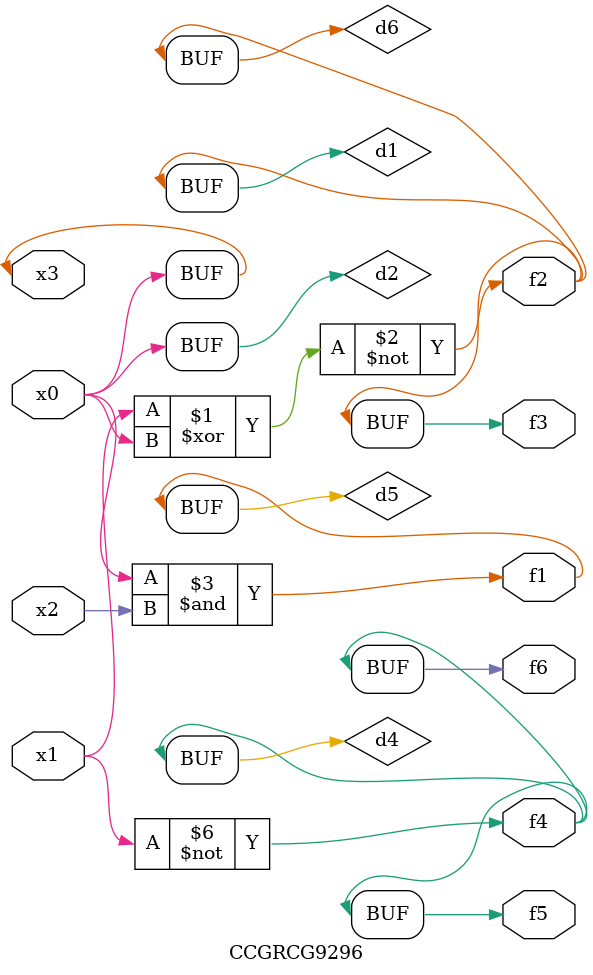
<source format=v>
module CCGRCG9296(
	input x0, x1, x2, x3,
	output f1, f2, f3, f4, f5, f6
);

	wire d1, d2, d3, d4, d5, d6;

	xnor (d1, x1, x3);
	buf (d2, x0, x3);
	nand (d3, x0, x2);
	not (d4, x1);
	nand (d5, d3);
	or (d6, d1);
	assign f1 = d5;
	assign f2 = d6;
	assign f3 = d6;
	assign f4 = d4;
	assign f5 = d4;
	assign f6 = d4;
endmodule

</source>
